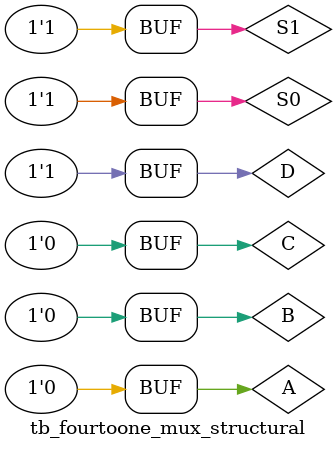
<source format=v>
`timescale 1ns / 1ps


module tb_fourtoone_mux_structural(
    );
    
    reg S0,S1,A,B,C,D;
    wire Z;
    
    fourtoone_mux_structural uut(
    .S0(S0),
    .S1(S1),
    .A(A),
    .B(B),
    .C(C),
    .D(D),
    .Z(Z)
    );
    
    initial begin 
    #25;
    S0 = 0 ; S1 = 0; A = 1; B = 0; C= 0; D = 0;
    #25;
    S0 = 0 ; S1 = 1; B = 1; A = 0; C = 0; D = 0;
    #25;
    S0 = 1 ; S1 = 0; C = 1; A = 0; B = 0; D = 0;
    #25;
    S0 = 1 ; S1 = 1; D = 1; A = 0; B = 0; C = 0;
    #25;
    
    end
    
endmodule

</source>
